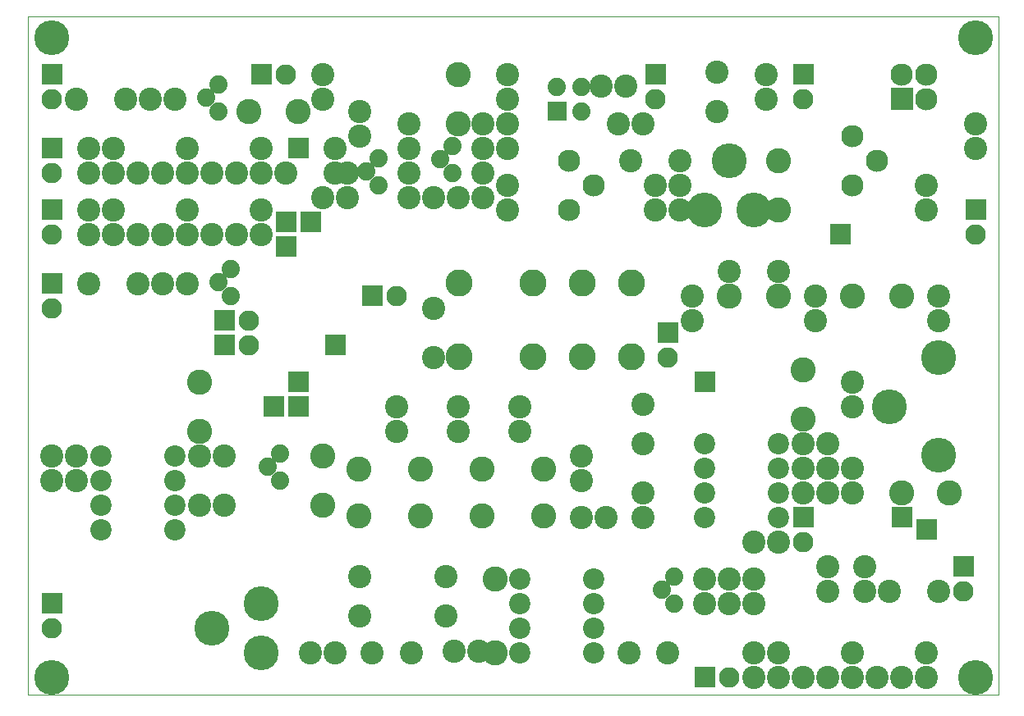
<source format=gbr>
%FSLAX34Y34*%
%MOMM*%
%LNSOLDERMASK_BOTTOM*%
G71*
G01*
%ADD10C, 0.00*%
%ADD11C, 2.12*%
%ADD12C, 2.40*%
%ADD13C, 1.88*%
%ADD14C, 2.60*%
%ADD15C, 2.30*%
%ADD16C, 1.88*%
%ADD17C, 3.60*%
%ADD18C, 2.30*%
%ADD19C, 2.20*%
%ADD20C, 2.80*%
%ADD21C, 2.12*%
%ADD22C, 2.60*%
%ADD23C, 3.60*%
%ADD24C, 3.60*%
%LPD*%
G54D10*
X-50000Y1050000D02*
X950000Y1050000D01*
X950000Y350000D01*
X-50000Y350000D01*
X-50000Y1050000D01*
G36*
X-14800Y1001200D02*
X-14800Y980000D01*
X-36000Y980000D01*
X-36000Y1001200D01*
X-14800Y1001200D01*
G37*
X-25400Y965200D02*
G54D11*
D03*
X76200Y965200D02*
G54D12*
D03*
X101600Y965200D02*
G54D12*
D03*
X50800Y965200D02*
G54D12*
D03*
X0Y965200D02*
G54D12*
D03*
X145766Y952171D02*
G54D13*
D03*
X133066Y966171D02*
G54D13*
D03*
X145766Y980171D02*
G54D13*
D03*
G36*
X179900Y1001200D02*
X201100Y1001200D01*
X201100Y980000D01*
X179900Y980000D01*
X179900Y1001200D01*
G37*
X215900Y990600D02*
G54D11*
D03*
X177800Y952500D02*
G54D14*
D03*
X228600Y952500D02*
G54D14*
D03*
X254000Y990600D02*
G54D12*
D03*
X254000Y965200D02*
G54D12*
D03*
X310866Y875971D02*
G54D13*
D03*
X298166Y889971D02*
G54D13*
D03*
X310866Y903971D02*
G54D13*
D03*
G36*
X-14800Y925000D02*
X-14800Y903800D01*
X-36000Y903800D01*
X-36000Y925000D01*
X-14800Y925000D01*
G37*
X-25400Y889000D02*
G54D11*
D03*
X12700Y914400D02*
G54D12*
D03*
X12700Y889000D02*
G54D12*
D03*
X38100Y914400D02*
G54D12*
D03*
X38100Y889000D02*
G54D12*
D03*
X63500Y889000D02*
G54D12*
D03*
X88900Y889000D02*
G54D12*
D03*
X114300Y914400D02*
G54D12*
D03*
X114300Y889000D02*
G54D12*
D03*
X139700Y889000D02*
G54D12*
D03*
X165100Y889000D02*
G54D12*
D03*
X190500Y914400D02*
G54D12*
D03*
X190500Y889000D02*
G54D12*
D03*
X266700Y914400D02*
G54D12*
D03*
X266700Y889000D02*
G54D12*
D03*
X292100Y952500D02*
G54D12*
D03*
X292100Y927100D02*
G54D12*
D03*
X342900Y863600D02*
G54D12*
D03*
X342900Y889000D02*
G54D12*
D03*
X387066Y888671D02*
G54D13*
D03*
X374366Y902671D02*
G54D13*
D03*
X387066Y916671D02*
G54D13*
D03*
X342900Y939800D02*
G54D12*
D03*
X342900Y914400D02*
G54D12*
D03*
X254000Y863600D02*
G54D12*
D03*
X279400Y863600D02*
G54D12*
D03*
X393700Y990600D02*
G54D14*
D03*
X393700Y939800D02*
G54D14*
D03*
X419100Y939800D02*
G54D12*
D03*
X419100Y914400D02*
G54D12*
D03*
X419100Y889000D02*
G54D12*
D03*
X419100Y863600D02*
G54D12*
D03*
X444500Y939800D02*
G54D12*
D03*
X444500Y914400D02*
G54D12*
D03*
X508000Y850900D02*
G54D15*
D03*
X533400Y876300D02*
G54D15*
D03*
X508000Y901700D02*
G54D15*
D03*
X444500Y876300D02*
G54D12*
D03*
X444500Y850900D02*
G54D12*
D03*
G36*
X485900Y961900D02*
X504700Y961900D01*
X504700Y943100D01*
X485900Y943100D01*
X485900Y961900D01*
G37*
X495300Y977900D02*
G54D16*
D03*
X520700Y952500D02*
G54D16*
D03*
X520700Y977900D02*
G54D16*
D03*
X444500Y990600D02*
G54D12*
D03*
X444500Y965200D02*
G54D12*
D03*
X584200Y939800D02*
G54D12*
D03*
X558800Y939800D02*
G54D12*
D03*
X622300Y901700D02*
G54D12*
D03*
X571500Y901700D02*
G54D12*
D03*
X596900Y876300D02*
G54D12*
D03*
X596900Y850900D02*
G54D12*
D03*
X622300Y876300D02*
G54D12*
D03*
X622300Y850900D02*
G54D12*
D03*
X647700Y850900D02*
G54D17*
D03*
X698500Y850900D02*
G54D17*
D03*
X673100Y901700D02*
G54D17*
D03*
X660400Y952500D02*
G54D12*
D03*
X660400Y992500D02*
G54D12*
D03*
X566178Y978299D02*
G54D12*
D03*
X540778Y978299D02*
G54D12*
D03*
G36*
X607500Y1001200D02*
X607500Y980000D01*
X586300Y980000D01*
X586300Y1001200D01*
X607500Y1001200D01*
G37*
X596900Y965200D02*
G54D11*
D03*
X711200Y990600D02*
G54D12*
D03*
X711200Y965200D02*
G54D12*
D03*
X800100Y876300D02*
G54D15*
D03*
X825500Y901700D02*
G54D15*
D03*
X800100Y927100D02*
G54D15*
D03*
X723900Y901700D02*
G54D14*
D03*
X723900Y850900D02*
G54D14*
D03*
G36*
X759900Y1001200D02*
X759900Y980000D01*
X738700Y980000D01*
X738700Y1001200D01*
X759900Y1001200D01*
G37*
X749300Y965200D02*
G54D11*
D03*
G36*
X839400Y976700D02*
X862400Y976700D01*
X862400Y953700D01*
X839400Y953700D01*
X839400Y976700D01*
G37*
X850900Y990600D02*
G54D18*
D03*
X876300Y965200D02*
G54D18*
D03*
X876300Y990600D02*
G54D18*
D03*
X927100Y914400D02*
G54D12*
D03*
X927100Y939800D02*
G54D12*
D03*
X876300Y876300D02*
G54D12*
D03*
X876300Y850900D02*
G54D12*
D03*
X25400Y596900D02*
G54D19*
D03*
X25400Y571500D02*
G54D19*
D03*
X25400Y546100D02*
G54D19*
D03*
X25400Y520700D02*
G54D19*
D03*
X101600Y596900D02*
G54D19*
D03*
X101600Y571500D02*
G54D19*
D03*
X101600Y546100D02*
G54D19*
D03*
X101600Y520700D02*
G54D19*
D03*
X647700Y609600D02*
G54D19*
D03*
X647700Y584200D02*
G54D19*
D03*
X647700Y558800D02*
G54D19*
D03*
X647700Y533400D02*
G54D19*
D03*
X723900Y609600D02*
G54D19*
D03*
X723900Y584200D02*
G54D19*
D03*
X723900Y558800D02*
G54D19*
D03*
X723900Y533400D02*
G54D19*
D03*
X291250Y583350D02*
G54D14*
D03*
X291250Y534950D02*
G54D14*
D03*
X394085Y698735D02*
G54D20*
D03*
X394085Y774935D02*
G54D20*
D03*
X470285Y698735D02*
G54D20*
D03*
X521085Y698735D02*
G54D20*
D03*
X571885Y698735D02*
G54D20*
D03*
X470285Y774935D02*
G54D20*
D03*
X521085Y774935D02*
G54D20*
D03*
X571885Y774935D02*
G54D20*
D03*
G36*
X937700Y861500D02*
X937700Y840300D01*
X916500Y840300D01*
X916500Y861500D01*
X937700Y861500D01*
G37*
X927100Y825500D02*
G54D21*
D03*
X889000Y736600D02*
G54D12*
D03*
X889000Y762000D02*
G54D12*
D03*
X850900Y762000D02*
G54D22*
D03*
X800100Y762000D02*
G54D22*
D03*
X762000Y736600D02*
G54D12*
D03*
X762000Y762000D02*
G54D12*
D03*
X723900Y762000D02*
G54D22*
D03*
X673100Y762000D02*
G54D22*
D03*
X635000Y736600D02*
G54D12*
D03*
X635000Y762000D02*
G54D12*
D03*
G36*
X-14800Y785300D02*
X-14800Y764100D01*
X-36000Y764100D01*
X-36000Y785300D01*
X-14800Y785300D01*
G37*
X-25400Y749300D02*
G54D11*
D03*
X63500Y774700D02*
G54D12*
D03*
X12700Y774700D02*
G54D12*
D03*
X88900Y774700D02*
G54D12*
D03*
X114300Y774700D02*
G54D12*
D03*
X158466Y761671D02*
G54D13*
D03*
X145766Y775671D02*
G54D13*
D03*
X158466Y789671D02*
G54D13*
D03*
X368300Y698500D02*
G54D12*
D03*
X368300Y749300D02*
G54D12*
D03*
G36*
X620200Y734500D02*
X620200Y713300D01*
X599000Y713300D01*
X599000Y734500D01*
X620200Y734500D01*
G37*
X609600Y698500D02*
G54D11*
D03*
X354750Y583350D02*
G54D14*
D03*
X354750Y534950D02*
G54D14*
D03*
X418250Y583350D02*
G54D14*
D03*
X418250Y534950D02*
G54D14*
D03*
X481750Y583350D02*
G54D14*
D03*
X481750Y534950D02*
G54D14*
D03*
X330200Y622300D02*
G54D12*
D03*
X330200Y647700D02*
G54D12*
D03*
X393700Y622300D02*
G54D12*
D03*
X393700Y647700D02*
G54D12*
D03*
X457200Y622300D02*
G54D12*
D03*
X457200Y647700D02*
G54D12*
D03*
X209266Y571171D02*
G54D13*
D03*
X196566Y585171D02*
G54D13*
D03*
X209266Y599171D02*
G54D13*
D03*
X520700Y571500D02*
G54D12*
D03*
X520700Y596900D02*
G54D12*
D03*
X546100Y533400D02*
G54D12*
D03*
X520700Y533400D02*
G54D12*
D03*
X0Y596900D02*
G54D12*
D03*
X-25400Y596900D02*
G54D12*
D03*
X0Y571500D02*
G54D12*
D03*
X-25400Y571500D02*
G54D12*
D03*
X152400Y546100D02*
G54D12*
D03*
X127000Y546100D02*
G54D12*
D03*
X152400Y596900D02*
G54D12*
D03*
X127000Y596900D02*
G54D12*
D03*
X584200Y558800D02*
G54D12*
D03*
X584200Y533400D02*
G54D12*
D03*
X584200Y649600D02*
G54D12*
D03*
X584200Y609600D02*
G54D12*
D03*
G36*
X205300Y823400D02*
X226500Y823400D01*
X226500Y802200D01*
X205300Y802200D01*
X205300Y823400D01*
G37*
G36*
X192600Y658300D02*
X213800Y658300D01*
X213800Y637100D01*
X192600Y637100D01*
X192600Y658300D01*
G37*
G36*
X218000Y925000D02*
X239200Y925000D01*
X239200Y903800D01*
X218000Y903800D01*
X218000Y925000D01*
G37*
G36*
X230700Y848800D02*
X251900Y848800D01*
X251900Y827600D01*
X230700Y827600D01*
X230700Y848800D01*
G37*
G36*
X218000Y683700D02*
X239200Y683700D01*
X239200Y662500D01*
X218000Y662500D01*
X218000Y683700D01*
G37*
G36*
X218000Y658300D02*
X239200Y658300D01*
X239200Y637100D01*
X218000Y637100D01*
X218000Y658300D01*
G37*
X215900Y889000D02*
G54D12*
D03*
X266700Y889000D02*
G54D12*
D03*
X749300Y558800D02*
G54D12*
D03*
X749300Y584200D02*
G54D12*
D03*
X774700Y609600D02*
G54D12*
D03*
X749300Y609600D02*
G54D12*
D03*
X800100Y584200D02*
G54D12*
D03*
X774700Y584200D02*
G54D12*
D03*
X800100Y558800D02*
G54D12*
D03*
X774700Y558800D02*
G54D12*
D03*
X850900Y558800D02*
G54D22*
D03*
X899300Y558800D02*
G54D14*
D03*
X838200Y647700D02*
G54D23*
D03*
X888200Y697700D02*
G54D23*
D03*
X888200Y597700D02*
G54D23*
D03*
X800100Y647700D02*
G54D12*
D03*
X800100Y673100D02*
G54D12*
D03*
G36*
X637100Y683700D02*
X658300Y683700D01*
X658300Y662500D01*
X637100Y662500D01*
X637100Y683700D01*
G37*
G36*
X294200Y772600D02*
X315400Y772600D01*
X315400Y751400D01*
X294200Y751400D01*
X294200Y772600D01*
G37*
X330200Y762000D02*
G54D11*
D03*
X698500Y469900D02*
G54D12*
D03*
X673100Y469900D02*
G54D12*
D03*
X698500Y444500D02*
G54D12*
D03*
X673100Y444500D02*
G54D12*
D03*
X647700Y469900D02*
G54D12*
D03*
X647700Y444500D02*
G54D12*
D03*
X615666Y444171D02*
G54D13*
D03*
X602966Y458171D02*
G54D13*
D03*
X615666Y472171D02*
G54D13*
D03*
G36*
X925000Y493200D02*
X925000Y472000D01*
X903800Y472000D01*
X903800Y493200D01*
X925000Y493200D01*
G37*
X914400Y457200D02*
G54D11*
D03*
X838200Y457200D02*
G54D12*
D03*
X889000Y457200D02*
G54D12*
D03*
X812800Y457200D02*
G54D12*
D03*
X812800Y482600D02*
G54D12*
D03*
X774700Y482600D02*
G54D12*
D03*
X774700Y457200D02*
G54D12*
D03*
X533251Y393690D02*
G54D19*
D03*
X533251Y419090D02*
G54D19*
D03*
X533251Y444491D02*
G54D19*
D03*
X533251Y469890D02*
G54D19*
D03*
X457051Y393690D02*
G54D19*
D03*
X457051Y419090D02*
G54D19*
D03*
X457051Y444491D02*
G54D19*
D03*
X457051Y469890D02*
G54D19*
D03*
X388726Y395177D02*
G54D12*
D03*
X414126Y395177D02*
G54D12*
D03*
X381000Y471800D02*
G54D12*
D03*
X381000Y431800D02*
G54D12*
D03*
X431800Y469900D02*
G54D14*
D03*
X431800Y393700D02*
G54D14*
D03*
X292100Y471800D02*
G54D12*
D03*
X292100Y431800D02*
G54D12*
D03*
X304800Y393700D02*
G54D12*
D03*
X344800Y393700D02*
G54D12*
D03*
X190500Y393700D02*
G54D17*
D03*
X190500Y444500D02*
G54D17*
D03*
X139700Y419100D02*
G54D17*
D03*
G36*
X-14800Y455100D02*
X-14800Y433900D01*
X-36000Y433900D01*
X-36000Y455100D01*
X-14800Y455100D01*
G37*
X-25400Y419100D02*
G54D11*
D03*
X266700Y393700D02*
G54D12*
D03*
X241300Y393700D02*
G54D12*
D03*
G36*
X759900Y544000D02*
X759900Y522800D01*
X738700Y522800D01*
X738700Y544000D01*
X759900Y544000D01*
G37*
X749300Y508000D02*
G54D11*
D03*
X723900Y508000D02*
G54D12*
D03*
X698500Y508000D02*
G54D12*
D03*
X-25400Y1028700D02*
G54D12*
D03*
X927100Y1028700D02*
G54D12*
D03*
X927100Y368300D02*
G54D12*
D03*
X-25400Y368300D02*
G54D12*
D03*
X-25400Y1028700D02*
G54D12*
D03*
X-25400Y1028700D02*
G54D12*
D03*
X-25400Y1028700D02*
G54D12*
D03*
X927100Y1028700D02*
G54D24*
D03*
X927100Y368300D02*
G54D24*
D03*
X-25400Y368300D02*
G54D24*
D03*
X-25400Y1028700D02*
G54D24*
D03*
X-25400Y1028700D02*
G54D24*
D03*
X927100Y1028700D02*
G54D24*
D03*
X927100Y368300D02*
G54D24*
D03*
X-25400Y368300D02*
G54D24*
D03*
X673100Y787400D02*
G54D12*
D03*
X723900Y787400D02*
G54D12*
D03*
X569600Y393700D02*
G54D12*
D03*
X609600Y393700D02*
G54D12*
D03*
X749300Y635000D02*
G54D14*
D03*
X749300Y685800D02*
G54D14*
D03*
X127000Y622300D02*
G54D14*
D03*
X127000Y673100D02*
G54D14*
D03*
X254000Y546100D02*
G54D14*
D03*
X254000Y596900D02*
G54D14*
D03*
G36*
X256100Y721800D02*
X277300Y721800D01*
X277300Y700600D01*
X256100Y700600D01*
X256100Y721800D01*
G37*
G36*
X776800Y836100D02*
X798000Y836100D01*
X798000Y814900D01*
X776800Y814900D01*
X776800Y836100D01*
G37*
G36*
X141800Y721800D02*
X163000Y721800D01*
X163000Y700600D01*
X141800Y700600D01*
X141800Y721800D01*
G37*
X177800Y711200D02*
G54D11*
D03*
G36*
X141800Y747200D02*
X163000Y747200D01*
X163000Y726000D01*
X141800Y726000D01*
X141800Y747200D01*
G37*
X177800Y736600D02*
G54D11*
D03*
G36*
X776800Y836100D02*
X798000Y836100D01*
X798000Y814900D01*
X776800Y814900D01*
X776800Y836100D01*
G37*
G36*
X916500Y861500D02*
X937700Y861500D01*
X937700Y840300D01*
X916500Y840300D01*
X916500Y861500D01*
G37*
G36*
X865700Y531300D02*
X886900Y531300D01*
X886900Y510100D01*
X865700Y510100D01*
X865700Y531300D01*
G37*
G36*
X840300Y544000D02*
X861500Y544000D01*
X861500Y522800D01*
X840300Y522800D01*
X840300Y544000D01*
G37*
X393700Y863600D02*
G54D12*
D03*
X368300Y863600D02*
G54D12*
D03*
X279400Y889000D02*
G54D12*
D03*
G36*
X637100Y378900D02*
X658300Y378900D01*
X658300Y357700D01*
X637100Y357700D01*
X637100Y378900D01*
G37*
X673100Y368300D02*
G54D11*
D03*
X698500Y393700D02*
G54D12*
D03*
X698500Y368300D02*
G54D12*
D03*
X723900Y393700D02*
G54D12*
D03*
X723900Y368300D02*
G54D12*
D03*
X749300Y368300D02*
G54D12*
D03*
X774700Y368300D02*
G54D12*
D03*
X800100Y393700D02*
G54D12*
D03*
X800100Y368300D02*
G54D12*
D03*
X825500Y368300D02*
G54D12*
D03*
X850900Y368300D02*
G54D12*
D03*
X876300Y393700D02*
G54D12*
D03*
X876300Y368300D02*
G54D12*
D03*
G36*
X-14800Y861500D02*
X-14800Y840300D01*
X-36000Y840300D01*
X-36000Y861500D01*
X-14800Y861500D01*
G37*
X-25400Y825500D02*
G54D11*
D03*
X12700Y850900D02*
G54D12*
D03*
X12700Y825500D02*
G54D12*
D03*
X38100Y850900D02*
G54D12*
D03*
X38100Y825500D02*
G54D12*
D03*
X63500Y825500D02*
G54D12*
D03*
X88900Y825500D02*
G54D12*
D03*
X114300Y850900D02*
G54D12*
D03*
X114300Y825500D02*
G54D12*
D03*
X139700Y825500D02*
G54D12*
D03*
X165100Y825500D02*
G54D12*
D03*
X190500Y850900D02*
G54D12*
D03*
X190500Y825500D02*
G54D12*
D03*
G36*
X226500Y848800D02*
X226500Y827600D01*
X205300Y827600D01*
X205300Y848800D01*
X226500Y848800D01*
G37*
X215900Y812800D02*
G54D11*
D03*
M02*

</source>
